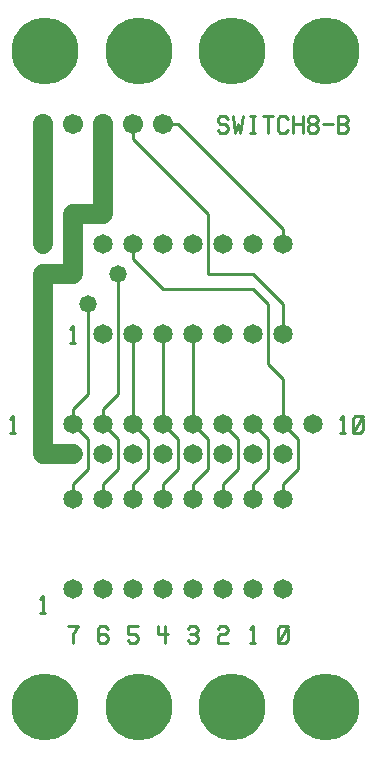
<source format=gtl>
%MOIN*%
%FSLAX25Y25*%
G04 D10 used for Character Trace; *
G04     Circle (OD=.01000) (No hole)*
G04 D11 used for Power Trace; *
G04     Circle (OD=.06700) (No hole)*
G04 D12 used for Signal Trace; *
G04     Circle (OD=.01100) (No hole)*
G04 D13 used for Via; *
G04     Circle (OD=.05800) (Round. Hole ID=.02800)*
G04 D14 used for Component hole; *
G04     Circle (OD=.06500) (Round. Hole ID=.03500)*
G04 D15 used for Component hole; *
G04     Circle (OD=.06700) (Round. Hole ID=.04300)*
G04 D16 used for Component hole; *
G04     Circle (OD=.08100) (Round. Hole ID=.05100)*
G04 D17 used for Component hole; *
G04     Circle (OD=.08900) (Round. Hole ID=.05900)*
G04 D18 used for Component hole; *
G04     Circle (OD=.11300) (Round. Hole ID=.08300)*
G04 D19 used for Component hole; *
G04     Circle (OD=.16000) (Round. Hole ID=.13000)*
G04 D20 used for Component hole; *
G04     Circle (OD=.18300) (Round. Hole ID=.15300)*
G04 D21 used for Component hole; *
G04     Circle (OD=.22291) (Round. Hole ID=.19291)*
%ADD10C,.01000*%
%ADD11C,.06700*%
%ADD12C,.01100*%
%ADD13C,.05800*%
%ADD14C,.06500*%
%ADD15C,.06700*%
%ADD16C,.08100*%
%ADD17C,.08900*%
%ADD18C,.11300*%
%ADD19C,.16000*%
%ADD20C,.18300*%
%ADD21C,.22291*%
%IPPOS*%
%LPD*%
G90*X0Y0D02*D21*X15625Y15625D03*D10*              
X36674Y41914D02*X35837Y42871D01*X34163D01*        
X33326Y41914D01*Y38086D01*X34163Y37129D01*        
X35837D01*X36674Y38086D01*Y39043D01*              
X35837Y40000D01*X34163D01*X33326Y39043D01*        
X23326Y42871D02*X26674D01*X25000Y40000D01*        
Y37129D01*D21*X46875Y15625D03*D10*X46674Y42871D02*
X43326D01*Y40000D01*X45837D01*X46674Y39043D01*    
Y38086D01*X45837Y37129D01*X44163D01*              
X43326Y38086D01*X14163Y51914D02*X15000Y52871D01*  
Y47129D01*X14163D02*X15837D01*D14*X55000Y55000D03*
X45000D03*X35000D03*X25000D03*D10*X55837Y42871D02*
Y37129D01*X53326Y42871D02*Y40000D01*X56674D01*    
X63326Y41914D02*X64163Y42871D01*X65837D01*        
X66674Y41914D01*Y40957D01*X65837Y40000D01*        
X64163D01*X65837D02*X66674Y39043D01*Y38086D01*    
X65837Y37129D01*X64163D01*X63326Y38086D01*D14*    
X65000Y55000D03*D10*X73326Y41914D02*              
X74163Y42871D01*X75837D01*X76674Y41914D01*        
Y40957D01*X75837Y40000D01*X74163D01*              
X73326Y39043D01*Y37129D01*X76674D01*D14*          
X75000Y55000D03*D21*X78125Y15625D03*D14*          
X85000Y85000D03*D12*Y90000D01*X90000Y95000D01*    
Y105000D01*X85000Y110000D01*D14*D03*D12*          
X80000Y95000D02*Y105000D01*X75000Y90000D02*       
X80000Y95000D01*X75000Y85000D02*Y90000D01*D14*    
Y85000D03*D12*X65000D02*Y90000D01*D14*Y85000D03*  
D12*Y90000D02*X70000Y95000D01*Y105000D01*         
X65000Y110000D01*D14*D03*D12*Y140000D01*D14*D03*  
X75000D03*X55000D03*D12*Y110000D01*D14*D03*D12*   
X60000Y105000D01*Y95000D01*X55000Y90000D01*       
Y85000D01*D14*D03*D12*X45000D02*Y90000D01*D14*    
Y85000D03*D12*Y90000D02*X50000Y95000D01*          
Y105000D01*X45000Y110000D01*D14*D03*D12*          
Y140000D01*D14*D03*X35000D03*D12*X55000Y155000D02*
X85000D01*X90000Y150000D01*Y130000D01*            
X95000Y125000D01*Y110000D01*D14*D03*D12*          
X100000Y105000D01*Y95000D01*X95000Y90000D01*      
Y85000D01*D14*D03*Y100000D03*X85000D03*X75000D03* 
D12*X80000Y105000D02*X75000Y110000D01*D14*D03*    
X65000Y100000D03*X55000D03*X95000Y140000D03*D12*  
Y150000D01*X85000Y160000D01*X70000D01*Y180000D01* 
X45000Y205000D01*Y210000D01*D15*D03*X55000D03*D12*
X60000D01*X95000Y175000D01*Y170000D01*D14*D03*    
X85000D03*X75000D03*X85000Y140000D03*             
X65000Y170000D03*X55000D03*D12*Y155000D02*        
X45000Y165000D01*Y170000D01*D14*D03*D11*          
X25000Y180000D02*X35000D01*X25000Y160000D02*      
Y180000D01*X15000Y160000D02*X25000D01*            
X15000Y140000D02*Y160000D01*D13*Y140000D03*D11*   
Y110000D01*D14*D03*D11*Y100000D01*X25000D01*D14*  
D03*D12*Y90000D02*X30000Y95000D01*X25000Y85000D02*
Y90000D01*D14*Y85000D03*D12*X30000Y95000D02*      
Y105000D01*X25000Y110000D01*D14*D03*D12*          
Y115000D01*X30000Y120000D01*Y150000D01*D13*D03*   
X40000Y160000D03*D12*Y120000D01*X35000Y115000D01* 
Y110000D01*D14*D03*D12*X40000Y105000D01*Y95000D01*
X35000Y90000D01*Y85000D01*D14*D03*                
X45000Y100000D03*X35000D03*D10*X4163Y111914D02*   
X5000Y112871D01*Y107129D01*X4163D02*X5837D01*     
X84163Y41914D02*X85000Y42871D01*Y37129D01*        
X84163D02*X85837D01*D14*X85000Y55000D03*D10*      
X24163Y141914D02*X25000Y142871D01*Y137129D01*     
X24163D02*X25837D01*X96674Y38086D02*              
X95837Y37129D01*X94163D01*X93326Y38086D01*        
Y41914D01*X94163Y42871D01*X95837D01*              
X96674Y41914D01*Y38086D01*X93326Y37129D02*        
X96674Y42871D01*D14*X95000Y55000D03*              
X105000Y110000D03*D21*X109375Y15625D03*D10*       
X114163Y111914D02*X115000Y112871D01*Y107129D01*   
X114163D02*X115837D01*X121674Y108086D02*          
X120837Y107129D01*X119163D01*X118326Y108086D01*   
Y111914D01*X119163Y112871D01*X120837D01*          
X121674Y111914D01*Y108086D01*X118326Y107129D02*   
X121674Y112871D01*D14*X35000Y170000D03*D13*       
X15000D03*D11*Y190000D01*D14*D03*D11*Y210000D01*  
D15*D03*X25000D03*D14*X35000Y190000D03*D11*       
Y180000D01*Y190000D02*Y210000D01*D15*D03*D21*     
X46875Y234375D03*X15625D03*D10*X76674Y211914D02*  
X75837Y212871D01*X74163D01*X73326Y211914D01*      
Y210957D01*X74163Y210000D01*X75837D01*            
X76674Y209043D01*Y208086D01*X75837Y207129D01*     
X74163D01*X73326Y208086D01*X78326Y212871D02*      
X79163Y207129D01*X80000Y210000D01*                
X80837Y207129D01*X81674Y212871D01*                
X85000Y207129D02*Y212871D01*X84163Y207129D02*     
X85837D01*X84163Y212871D02*X85837D01*             
X90000Y207129D02*Y212871D01*X88326D02*X91674D01*  
X96674Y208086D02*X95837Y207129D01*X94163D01*      
X93326Y208086D01*Y211914D01*X94163Y212871D01*     
X95837D01*X96674Y211914D01*X98326Y207129D02*      
Y212871D01*X101674Y207129D02*Y212871D01*          
X98326Y210000D02*X101674D01*X104163D02*           
X103326Y210957D01*Y211914D01*X104163Y212871D01*   
X105837D01*X106674Y211914D01*Y210957D01*          
X105837Y210000D01*X104163D01*X103326Y209043D01*   
Y208086D01*X104163Y207129D01*X105837D01*          
X106674Y208086D01*Y209043D01*X105837Y210000D01*   
X108326D02*X111674D01*X113326Y207129D02*          
Y212871D01*X115837D01*X116674Y211914D01*          
Y210957D01*X115837Y210000D01*X116674Y209043D01*   
Y208086D01*X115837Y207129D01*X113326D01*          
Y210000D02*X115837D01*D21*X78125Y234375D03*       
X109375D03*M02*                                   

</source>
